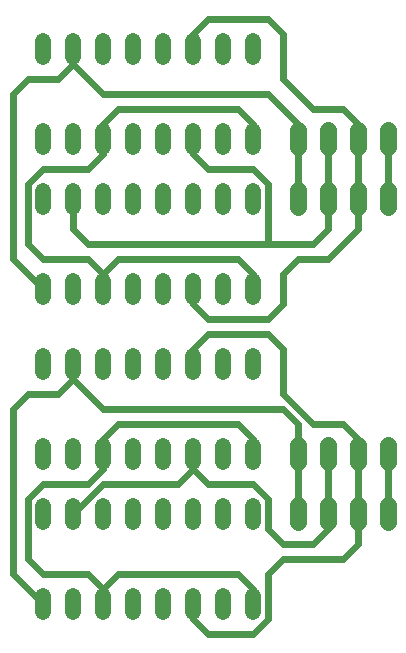
<source format=gbr>
G04 EAGLE Gerber RS-274X export*
G75*
%MOMM*%
%FSLAX34Y34*%
%LPD*%
%INBottom Copper*%
%IPPOS*%
%AMOC8*
5,1,8,0,0,1.08239X$1,22.5*%
G01*
%ADD10C,1.422400*%
%ADD11C,1.320800*%
%ADD12C,0.609600*%


D10*
X406400Y602488D02*
X406400Y616712D01*
X431800Y616712D02*
X431800Y602488D01*
X457200Y602488D02*
X457200Y616712D01*
X482600Y616712D02*
X482600Y602488D01*
X406400Y565912D02*
X406400Y551688D01*
X431800Y551688D02*
X431800Y565912D01*
X457200Y565912D02*
X457200Y551688D01*
X482600Y551688D02*
X482600Y565912D01*
D11*
X190500Y602996D02*
X190500Y616204D01*
X215900Y616204D02*
X215900Y602996D01*
X342900Y602996D02*
X342900Y616204D01*
X368300Y616204D02*
X368300Y602996D01*
X241300Y602996D02*
X241300Y616204D01*
X266700Y616204D02*
X266700Y602996D01*
X317500Y602996D02*
X317500Y616204D01*
X292100Y616204D02*
X292100Y602996D01*
X368300Y679196D02*
X368300Y692404D01*
X342900Y692404D02*
X342900Y679196D01*
X317500Y679196D02*
X317500Y692404D01*
X292100Y692404D02*
X292100Y679196D01*
X266700Y679196D02*
X266700Y692404D01*
X241300Y692404D02*
X241300Y679196D01*
X215900Y679196D02*
X215900Y692404D01*
X190500Y692404D02*
X190500Y679196D01*
X190500Y489204D02*
X190500Y475996D01*
X215900Y475996D02*
X215900Y489204D01*
X342900Y489204D02*
X342900Y475996D01*
X368300Y475996D02*
X368300Y489204D01*
X241300Y489204D02*
X241300Y475996D01*
X266700Y475996D02*
X266700Y489204D01*
X317500Y489204D02*
X317500Y475996D01*
X292100Y475996D02*
X292100Y489204D01*
X368300Y552196D02*
X368300Y565404D01*
X342900Y565404D02*
X342900Y552196D01*
X317500Y552196D02*
X317500Y565404D01*
X292100Y565404D02*
X292100Y552196D01*
X266700Y552196D02*
X266700Y565404D01*
X241300Y565404D02*
X241300Y552196D01*
X215900Y552196D02*
X215900Y565404D01*
X190500Y565404D02*
X190500Y552196D01*
X190500Y349504D02*
X190500Y336296D01*
X215900Y336296D02*
X215900Y349504D01*
X342900Y349504D02*
X342900Y336296D01*
X368300Y336296D02*
X368300Y349504D01*
X241300Y349504D02*
X241300Y336296D01*
X266700Y336296D02*
X266700Y349504D01*
X317500Y349504D02*
X317500Y336296D01*
X292100Y336296D02*
X292100Y349504D01*
X368300Y412496D02*
X368300Y425704D01*
X342900Y425704D02*
X342900Y412496D01*
X317500Y412496D02*
X317500Y425704D01*
X292100Y425704D02*
X292100Y412496D01*
X266700Y412496D02*
X266700Y425704D01*
X241300Y425704D02*
X241300Y412496D01*
X215900Y412496D02*
X215900Y425704D01*
X190500Y425704D02*
X190500Y412496D01*
X190500Y222504D02*
X190500Y209296D01*
X215900Y209296D02*
X215900Y222504D01*
X342900Y222504D02*
X342900Y209296D01*
X368300Y209296D02*
X368300Y222504D01*
X241300Y222504D02*
X241300Y209296D01*
X266700Y209296D02*
X266700Y222504D01*
X317500Y222504D02*
X317500Y209296D01*
X292100Y209296D02*
X292100Y222504D01*
X368300Y285496D02*
X368300Y298704D01*
X342900Y298704D02*
X342900Y285496D01*
X317500Y285496D02*
X317500Y298704D01*
X292100Y298704D02*
X292100Y285496D01*
X266700Y285496D02*
X266700Y298704D01*
X241300Y298704D02*
X241300Y285496D01*
X215900Y285496D02*
X215900Y298704D01*
X190500Y298704D02*
X190500Y285496D01*
D10*
X406400Y335788D02*
X406400Y350012D01*
X431800Y350012D02*
X431800Y335788D01*
X457200Y335788D02*
X457200Y350012D01*
X482600Y350012D02*
X482600Y335788D01*
X406400Y299212D02*
X406400Y284988D01*
X431800Y284988D02*
X431800Y299212D01*
X457200Y299212D02*
X457200Y284988D01*
X482600Y284988D02*
X482600Y299212D01*
D12*
X241300Y609600D02*
X241300Y622300D01*
X254000Y635000D01*
X355600Y635000D01*
X368300Y622300D01*
X368300Y609600D01*
X368300Y495300D02*
X368300Y482600D01*
X368300Y495300D02*
X355600Y508000D01*
X254000Y508000D01*
X241300Y495300D01*
X241300Y482600D01*
X241300Y596900D02*
X241300Y609600D01*
X241300Y596900D02*
X228600Y584200D01*
X190500Y584200D01*
X177800Y571500D01*
X177800Y520700D01*
X190500Y508000D01*
X228600Y508000D01*
X241300Y495300D01*
X457200Y558800D02*
X457200Y609600D01*
X317500Y482600D02*
X317500Y469900D01*
X330200Y457200D02*
X381000Y457200D01*
X393700Y469900D01*
X317500Y685800D02*
X317500Y698500D01*
X330200Y711200D01*
X381000Y711200D02*
X393700Y698500D01*
X393700Y660400D01*
X381000Y711200D02*
X330200Y711200D01*
X406400Y508000D02*
X393700Y495300D01*
X393700Y469900D01*
X431800Y508000D02*
X457200Y533400D01*
X431800Y508000D02*
X406400Y508000D01*
X457200Y533400D02*
X457200Y558800D01*
X330200Y457200D02*
X317500Y469900D01*
X419100Y635000D02*
X393700Y660400D01*
X419100Y635000D02*
X444500Y635000D01*
X457200Y622300D01*
X457200Y609600D01*
X431800Y609600D02*
X431800Y558800D01*
X215900Y558800D02*
X215900Y546100D01*
X215900Y558800D02*
X215900Y533400D01*
X228600Y520700D01*
X381000Y520700D01*
X419100Y520700D01*
X431800Y533400D01*
X431800Y558800D01*
X317500Y596900D02*
X317500Y609600D01*
X317500Y596900D02*
X330200Y584200D01*
X368300Y584200D01*
X381000Y571500D01*
X381000Y520700D01*
X482600Y558800D02*
X482600Y609600D01*
X406400Y609600D02*
X406400Y558800D01*
X406400Y609600D02*
X406400Y622300D01*
X381000Y647700D01*
X241300Y647700D01*
X215900Y673100D01*
X215900Y685800D01*
X165100Y508000D02*
X190500Y482600D01*
X165100Y647700D02*
X177800Y660400D01*
X203200Y660400D01*
X215900Y673100D01*
X165100Y647700D02*
X165100Y508000D01*
X368300Y355600D02*
X368300Y342900D01*
X241300Y342900D02*
X241300Y355600D01*
X254000Y368300D01*
X355600Y368300D01*
X368300Y355600D01*
X254000Y241300D02*
X241300Y228600D01*
X254000Y241300D02*
X355600Y241300D01*
X368300Y228600D01*
X368300Y215900D01*
X241300Y215900D02*
X241300Y228600D01*
X241300Y330200D02*
X241300Y342900D01*
X241300Y330200D02*
X228600Y317500D01*
X190500Y317500D01*
X177800Y304800D01*
X177800Y254000D01*
X190500Y241300D01*
X228600Y241300D01*
X241300Y228600D01*
X457200Y292100D02*
X457200Y342900D01*
X317500Y419100D02*
X317500Y431800D01*
X330200Y444500D01*
X419100Y368300D02*
X444500Y368300D01*
X457200Y355600D01*
X457200Y342900D01*
X393700Y431800D02*
X381000Y444500D01*
X330200Y444500D01*
X393700Y393700D02*
X419100Y368300D01*
X393700Y393700D02*
X393700Y431800D01*
X317500Y215900D02*
X317500Y203200D01*
X330200Y190500D01*
X368300Y190500D01*
X381000Y203200D01*
X381000Y241300D01*
X393700Y254000D01*
X444500Y254000D02*
X457200Y266700D01*
X457200Y292100D01*
X444500Y254000D02*
X393700Y254000D01*
X431800Y292100D02*
X431800Y342900D01*
X241300Y317500D02*
X215900Y292100D01*
X241300Y317500D02*
X304800Y317500D01*
X317500Y330200D01*
X317500Y342900D01*
X431800Y292100D02*
X431800Y279400D01*
X419100Y266700D01*
X393700Y266700D02*
X381000Y279400D01*
X381000Y304800D01*
X368300Y317500D01*
X330200Y317500D01*
X317500Y330200D01*
X393700Y266700D02*
X419100Y266700D01*
X482600Y292100D02*
X482600Y342900D01*
X406400Y342900D02*
X406400Y292100D01*
X241300Y381000D02*
X215900Y406400D01*
X241300Y381000D02*
X393700Y381000D01*
X406400Y368300D01*
X406400Y342900D01*
X215900Y406400D02*
X215900Y419100D01*
X215900Y406400D02*
X203200Y393700D01*
X177800Y393700D02*
X165100Y381000D01*
X165100Y241300D01*
X190500Y215900D01*
X203200Y393700D02*
X177800Y393700D01*
M02*

</source>
